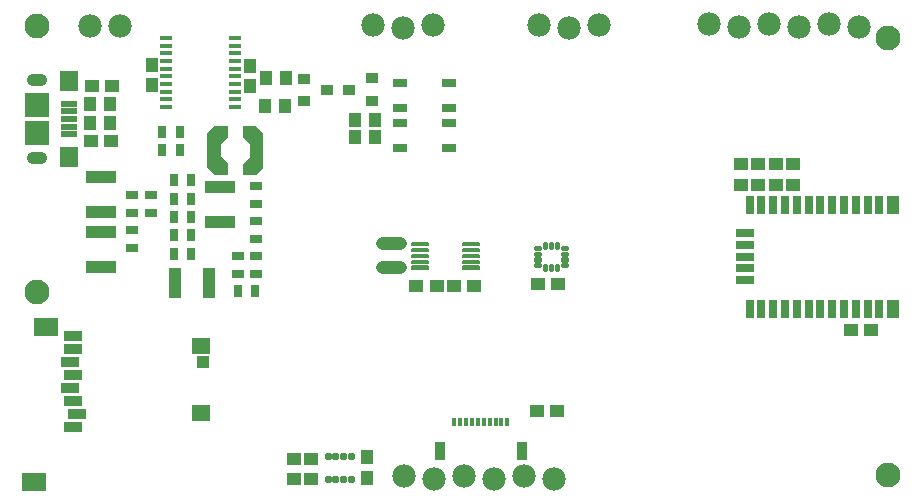
<source format=gbr>
G04 EAGLE Gerber RS-274X export*
G75*
%MOMM*%
%FSLAX34Y34*%
%LPD*%
%INSoldermask Top*%
%IPPOS*%
%AMOC8*
5,1,8,0,0,1.08239X$1,22.5*%
G01*
%ADD10C,2.101600*%
%ADD11R,1.101600X1.201600*%
%ADD12R,1.201600X1.101600*%
%ADD13R,1.092200X0.406400*%
%ADD14R,1.001600X0.901600*%
%ADD15C,0.215122*%
%ADD16R,0.951600X1.601600*%
%ADD17R,0.401600X0.756600*%
%ADD18R,1.151600X0.751600*%
%ADD19R,1.601600X0.801600*%
%ADD20R,0.801600X1.601600*%
%ADD21R,1.101600X1.601600*%
%ADD22C,1.981200*%
%ADD23R,1.451600X0.501600*%
%ADD24R,1.501600X1.701600*%
%ADD25R,2.001600X2.001600*%
%ADD26C,1.001600*%
%ADD27R,1.001600X0.701600*%
%ADD28R,0.701600X1.001600*%
%ADD29R,1.001600X2.601600*%
%ADD30R,2.601600X1.001600*%
%ADD31C,0.176703*%
%ADD32C,1.117600*%
%ADD33C,0.275475*%
%ADD34R,1.601600X0.901600*%
%ADD35R,2.001600X1.501600*%
%ADD36R,1.501600X1.401600*%
%ADD37R,1.101600X1.051600*%

G36*
X176047Y270587D02*
X176047Y270587D01*
X176042Y270594D01*
X176049Y270600D01*
X176049Y280300D01*
X176033Y280321D01*
X176035Y280334D01*
X170349Y286220D01*
X170349Y296780D01*
X176035Y302465D01*
X176039Y302492D01*
X176049Y302500D01*
X176049Y312400D01*
X176013Y312447D01*
X176006Y312442D01*
X176000Y312449D01*
X165300Y312449D01*
X165279Y312433D01*
X165265Y312435D01*
X159065Y306235D01*
X159064Y306224D01*
X159060Y306221D01*
X159063Y306218D01*
X159062Y306208D01*
X159051Y306200D01*
X159051Y276800D01*
X159067Y276779D01*
X159065Y276765D01*
X165265Y270565D01*
X165292Y270562D01*
X165300Y270551D01*
X176000Y270551D01*
X176047Y270587D01*
G37*
G36*
X199721Y270567D02*
X199721Y270567D01*
X199735Y270565D01*
X205935Y276765D01*
X205938Y276785D01*
X205947Y276792D01*
X205944Y276796D01*
X205949Y276800D01*
X205949Y306200D01*
X205933Y306221D01*
X205935Y306235D01*
X199735Y312435D01*
X199708Y312439D01*
X199700Y312449D01*
X189000Y312449D01*
X188953Y312413D01*
X188958Y312406D01*
X188951Y312400D01*
X188951Y303000D01*
X188966Y302980D01*
X188964Y302967D01*
X194651Y296781D01*
X194651Y286219D01*
X188963Y279933D01*
X188963Y279924D01*
X188960Y279922D01*
X188962Y279919D01*
X188961Y279908D01*
X188951Y279900D01*
X188951Y270600D01*
X188987Y270553D01*
X188994Y270558D01*
X189000Y270551D01*
X199700Y270551D01*
X199721Y270567D01*
G37*
D10*
X735000Y386500D03*
X735000Y16500D03*
X15000Y396500D03*
X15000Y171500D03*
D11*
X195050Y346220D03*
X195050Y363220D03*
D12*
X61450Y345680D03*
X78450Y345680D03*
X60450Y299280D03*
X77450Y299280D03*
D11*
X112050Y363780D03*
X112050Y346780D03*
X59750Y330280D03*
X76750Y330280D03*
X59450Y314880D03*
X76450Y314880D03*
X208350Y352880D03*
X225350Y352880D03*
X207550Y328780D03*
X224550Y328780D03*
D13*
X182398Y328140D03*
X182398Y334640D03*
X182398Y341140D03*
X182398Y347640D03*
X182398Y354140D03*
X182398Y360640D03*
X182398Y367140D03*
X182398Y373640D03*
X182398Y380140D03*
X182398Y386640D03*
X124042Y386640D03*
X124042Y380140D03*
X124042Y373640D03*
X124042Y367140D03*
X124042Y360640D03*
X124042Y354140D03*
X124042Y347640D03*
X124042Y341140D03*
X124042Y334640D03*
X124042Y328140D03*
D14*
X240550Y352180D03*
X240550Y333180D03*
X260550Y342680D03*
X298550Y333320D03*
X298550Y352320D03*
X278550Y342820D03*
D15*
X265517Y15223D02*
X265517Y11457D01*
X265517Y15223D02*
X268883Y15223D01*
X268883Y11457D01*
X265517Y11457D01*
X265517Y13500D02*
X268883Y13500D01*
X272017Y15223D02*
X272017Y11457D01*
X272017Y15223D02*
X275383Y15223D01*
X275383Y11457D01*
X272017Y11457D01*
X272017Y13500D02*
X275383Y13500D01*
X278517Y15223D02*
X278517Y11457D01*
X278517Y15223D02*
X281883Y15223D01*
X281883Y11457D01*
X278517Y11457D01*
X278517Y13500D02*
X281883Y13500D01*
X259017Y15223D02*
X259017Y11457D01*
X259017Y15223D02*
X262383Y15223D01*
X262383Y11457D01*
X259017Y11457D01*
X259017Y13500D02*
X262383Y13500D01*
X265517Y30857D02*
X265517Y34623D01*
X268883Y34623D01*
X268883Y30857D01*
X265517Y30857D01*
X265517Y32900D02*
X268883Y32900D01*
X272017Y34623D02*
X272017Y30857D01*
X272017Y34623D02*
X275383Y34623D01*
X275383Y30857D01*
X272017Y30857D01*
X272017Y32900D02*
X275383Y32900D01*
X278517Y34623D02*
X278517Y30857D01*
X278517Y34623D02*
X281883Y34623D01*
X281883Y30857D01*
X278517Y30857D01*
X278517Y32900D02*
X281883Y32900D01*
X259017Y34623D02*
X259017Y30857D01*
X259017Y34623D02*
X262383Y34623D01*
X262383Y30857D01*
X259017Y30857D01*
X259017Y32900D02*
X262383Y32900D01*
D11*
X284280Y317250D03*
X301280Y317250D03*
X284180Y302850D03*
X301180Y302850D03*
X293900Y31400D03*
X293900Y14400D03*
D16*
X356000Y36500D03*
X425000Y36500D03*
D17*
X373000Y61500D03*
X388000Y61500D03*
X398000Y61500D03*
X408000Y61500D03*
X413000Y61500D03*
X403000Y61500D03*
X393000Y61500D03*
X383000Y61500D03*
X378000Y61500D03*
X368000Y61500D03*
D12*
X232500Y13000D03*
X232500Y30000D03*
X247000Y13000D03*
X247000Y30000D03*
D18*
X322330Y327300D03*
X363830Y327300D03*
X363830Y348800D03*
X322330Y348800D03*
X363940Y314750D03*
X322440Y314750D03*
X322440Y293250D03*
X363940Y293250D03*
D19*
X614000Y201500D03*
X614000Y211500D03*
X614000Y191500D03*
X614000Y181500D03*
X614000Y221500D03*
D20*
X618000Y157500D03*
X628000Y157500D03*
X638000Y157500D03*
X648000Y157500D03*
X658000Y157500D03*
X668000Y157500D03*
X678000Y157500D03*
X688000Y157500D03*
X698000Y157500D03*
X708000Y157500D03*
X718000Y157500D03*
X728000Y157500D03*
X618000Y245500D03*
X628000Y245500D03*
X638000Y245500D03*
X648000Y245500D03*
X658000Y245500D03*
X668000Y245500D03*
X678000Y245500D03*
X688000Y245500D03*
X698000Y245500D03*
X708000Y245500D03*
X718000Y245500D03*
X728000Y245500D03*
D21*
X739500Y245500D03*
X739500Y157500D03*
D12*
X625500Y279500D03*
X625500Y262500D03*
X611000Y262500D03*
X611000Y279500D03*
X654500Y262500D03*
X654500Y279500D03*
X640000Y262500D03*
X640000Y279500D03*
D22*
X711000Y396000D03*
X685600Y398540D03*
X660200Y396000D03*
X634800Y398540D03*
X609400Y396000D03*
X584000Y398540D03*
D23*
X41700Y318000D03*
X41700Y311500D03*
X41700Y324500D03*
X41700Y331000D03*
X41700Y305000D03*
D24*
X41700Y350000D03*
X41700Y286000D03*
D25*
X14950Y330000D03*
X14950Y306000D03*
D26*
X11500Y351000D02*
X18500Y351000D01*
X18500Y285000D02*
X11500Y285000D01*
D27*
X95500Y253500D03*
X95500Y238500D03*
X200000Y261000D03*
X200000Y246000D03*
X200000Y231500D03*
X200000Y216500D03*
D28*
X145500Y266000D03*
X130500Y266000D03*
D29*
X131500Y179500D03*
X160500Y179500D03*
D30*
X69000Y268500D03*
X69000Y239500D03*
X169500Y231000D03*
X169500Y260000D03*
X69000Y222000D03*
X69000Y193000D03*
D27*
X111500Y253500D03*
X111500Y238500D03*
X95500Y209000D03*
X95500Y224000D03*
D28*
X145500Y250500D03*
X130500Y250500D03*
X145500Y235000D03*
X130500Y235000D03*
X145500Y219500D03*
X130500Y219500D03*
X130500Y204000D03*
X145500Y204000D03*
D27*
X200000Y187000D03*
X200000Y202000D03*
D28*
X199500Y172000D03*
X184500Y172000D03*
D27*
X184500Y202000D03*
X184500Y187000D03*
D28*
X120500Y291500D03*
X135500Y291500D03*
X135500Y307000D03*
X120500Y307000D03*
D31*
X375125Y193125D02*
X388775Y193125D01*
X388775Y190875D01*
X375125Y190875D01*
X375125Y193125D01*
X375125Y192554D02*
X388775Y192554D01*
X388775Y198125D02*
X375125Y198125D01*
X388775Y198125D02*
X388775Y195875D01*
X375125Y195875D01*
X375125Y198125D01*
X375125Y197554D02*
X388775Y197554D01*
X388775Y203125D02*
X375125Y203125D01*
X388775Y203125D02*
X388775Y200875D01*
X375125Y200875D01*
X375125Y203125D01*
X375125Y202554D02*
X388775Y202554D01*
X388775Y208125D02*
X375125Y208125D01*
X388775Y208125D02*
X388775Y205875D01*
X375125Y205875D01*
X375125Y208125D01*
X375125Y207554D02*
X388775Y207554D01*
X388775Y213125D02*
X375125Y213125D01*
X388775Y213125D02*
X388775Y210875D01*
X375125Y210875D01*
X375125Y213125D01*
X375125Y212554D02*
X388775Y212554D01*
X345875Y213125D02*
X332225Y213125D01*
X345875Y213125D02*
X345875Y210875D01*
X332225Y210875D01*
X332225Y213125D01*
X332225Y212554D02*
X345875Y212554D01*
X345875Y208125D02*
X332225Y208125D01*
X345875Y208125D02*
X345875Y205875D01*
X332225Y205875D01*
X332225Y208125D01*
X332225Y207554D02*
X345875Y207554D01*
X345875Y203125D02*
X332225Y203125D01*
X345875Y203125D02*
X345875Y200875D01*
X332225Y200875D01*
X332225Y203125D01*
X332225Y202554D02*
X345875Y202554D01*
X345875Y198125D02*
X332225Y198125D01*
X345875Y198125D02*
X345875Y195875D01*
X332225Y195875D01*
X332225Y198125D01*
X332225Y197554D02*
X345875Y197554D01*
X345875Y193125D02*
X332225Y193125D01*
X345875Y193125D02*
X345875Y190875D01*
X332225Y190875D01*
X332225Y193125D01*
X332225Y192554D02*
X345875Y192554D01*
D12*
X385000Y176500D03*
X368000Y176500D03*
X353000Y176500D03*
X336000Y176500D03*
X703500Y139000D03*
X720500Y139000D03*
X455000Y70500D03*
X438000Y70500D03*
D22*
X439500Y397770D03*
X464900Y395230D03*
X490300Y397770D03*
X299000Y397770D03*
X324400Y395230D03*
X349800Y397770D03*
D32*
X322120Y212660D02*
X306880Y212660D01*
X306880Y192340D02*
X322120Y192340D01*
D22*
X59500Y396500D03*
X85000Y396500D03*
X452500Y13000D03*
X427100Y15540D03*
X401700Y13000D03*
X376300Y15540D03*
X350900Y13000D03*
X325500Y15540D03*
D33*
X436369Y208119D02*
X440431Y208119D01*
X436369Y208119D02*
X436369Y209881D01*
X440431Y209881D01*
X440431Y208119D01*
X440431Y203119D02*
X436369Y203119D01*
X436369Y204881D01*
X440431Y204881D01*
X440431Y203119D01*
X440431Y198119D02*
X436369Y198119D01*
X436369Y199881D01*
X440431Y199881D01*
X440431Y198119D01*
X440431Y193119D02*
X436369Y193119D01*
X436369Y194881D01*
X440431Y194881D01*
X440431Y193119D01*
X445881Y194431D02*
X445881Y190369D01*
X444119Y190369D01*
X444119Y194431D01*
X445881Y194431D01*
X445881Y192986D02*
X444119Y192986D01*
X450881Y194431D02*
X450881Y190369D01*
X449119Y190369D01*
X449119Y194431D01*
X450881Y194431D01*
X450881Y192986D02*
X449119Y192986D01*
X455881Y194431D02*
X455881Y190369D01*
X454119Y190369D01*
X454119Y194431D01*
X455881Y194431D01*
X455881Y192986D02*
X454119Y192986D01*
X459569Y194881D02*
X463631Y194881D01*
X463631Y193119D01*
X459569Y193119D01*
X459569Y194881D01*
X459569Y199881D02*
X463631Y199881D01*
X463631Y198119D01*
X459569Y198119D01*
X459569Y199881D01*
X459569Y204881D02*
X463631Y204881D01*
X463631Y203119D01*
X459569Y203119D01*
X459569Y204881D01*
X459569Y209881D02*
X463631Y209881D01*
X463631Y208119D01*
X459569Y208119D01*
X459569Y209881D01*
X454119Y208569D02*
X454119Y212631D01*
X455881Y212631D01*
X455881Y208569D01*
X454119Y208569D01*
X454119Y211186D02*
X455881Y211186D01*
X449119Y212631D02*
X449119Y208569D01*
X449119Y212631D02*
X450881Y212631D01*
X450881Y208569D01*
X449119Y208569D01*
X449119Y211186D02*
X450881Y211186D01*
X444119Y212631D02*
X444119Y208569D01*
X444119Y212631D02*
X445881Y212631D01*
X445881Y208569D01*
X444119Y208569D01*
X444119Y211186D02*
X445881Y211186D01*
D12*
X439000Y178000D03*
X456000Y178000D03*
D34*
X44900Y134100D03*
D35*
X22000Y142000D03*
D36*
X153500Y126000D03*
D37*
X155500Y112100D03*
D36*
X153500Y69000D03*
D35*
X12000Y10500D03*
D34*
X44900Y123100D03*
X42900Y112100D03*
X44900Y101100D03*
X42900Y90100D03*
X44900Y79100D03*
X48900Y68100D03*
X44900Y57100D03*
M02*

</source>
